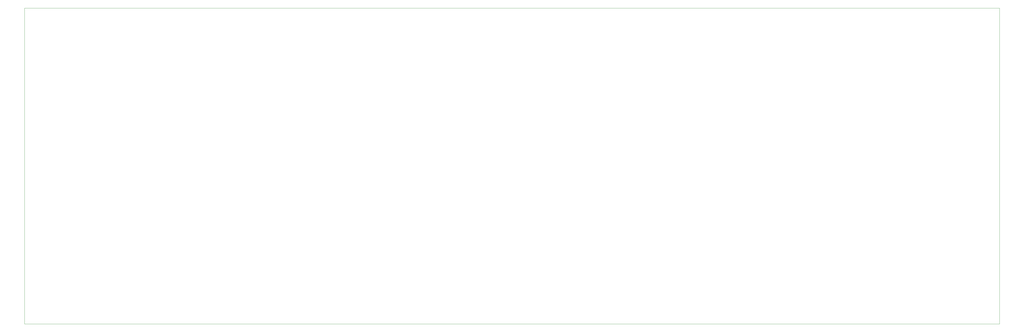
<source format=gm1>
G04 #@! TF.GenerationSoftware,KiCad,Pcbnew,(5.1.4)-1*
G04 #@! TF.CreationDate,2019-12-01T17:39:01+00:00*
G04 #@! TF.ProjectId,kb,6b622e6b-6963-4616-945f-706362585858,rev?*
G04 #@! TF.SameCoordinates,Original*
G04 #@! TF.FileFunction,Profile,NP*
%FSLAX46Y46*%
G04 Gerber Fmt 4.6, Leading zero omitted, Abs format (unit mm)*
G04 Created by KiCad (PCBNEW (5.1.4)-1) date 2019-12-01 17:39:01*
%MOMM*%
%LPD*%
G04 APERTURE LIST*
%ADD10C,0.100000*%
G04 APERTURE END LIST*
D10*
X-50800000Y-65750000D02*
X-50800000Y53340000D01*
X316500000Y-65750000D02*
X-50800000Y-65750000D01*
X316500000Y53340000D02*
X316500000Y-65750000D01*
X-50800000Y53340000D02*
X316500000Y53340000D01*
M02*

</source>
